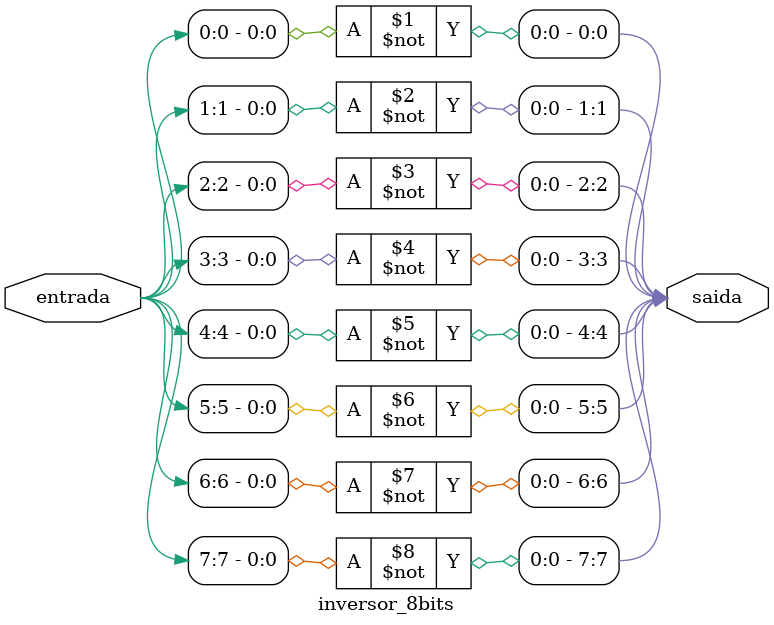
<source format=v>
module inversor_8bits (
    input  [7:0] entrada,
    output [7:0] saida
);

    not (saida[0], entrada[0]);
    not (saida[1], entrada[1]);
    not (saida[2], entrada[2]);
    not (saida[3], entrada[3]);
    not (saida[4], entrada[4]);
    not (saida[5], entrada[5]);
    not (saida[6], entrada[6]);
    not (saida[7], entrada[7]);

endmodule
</source>
